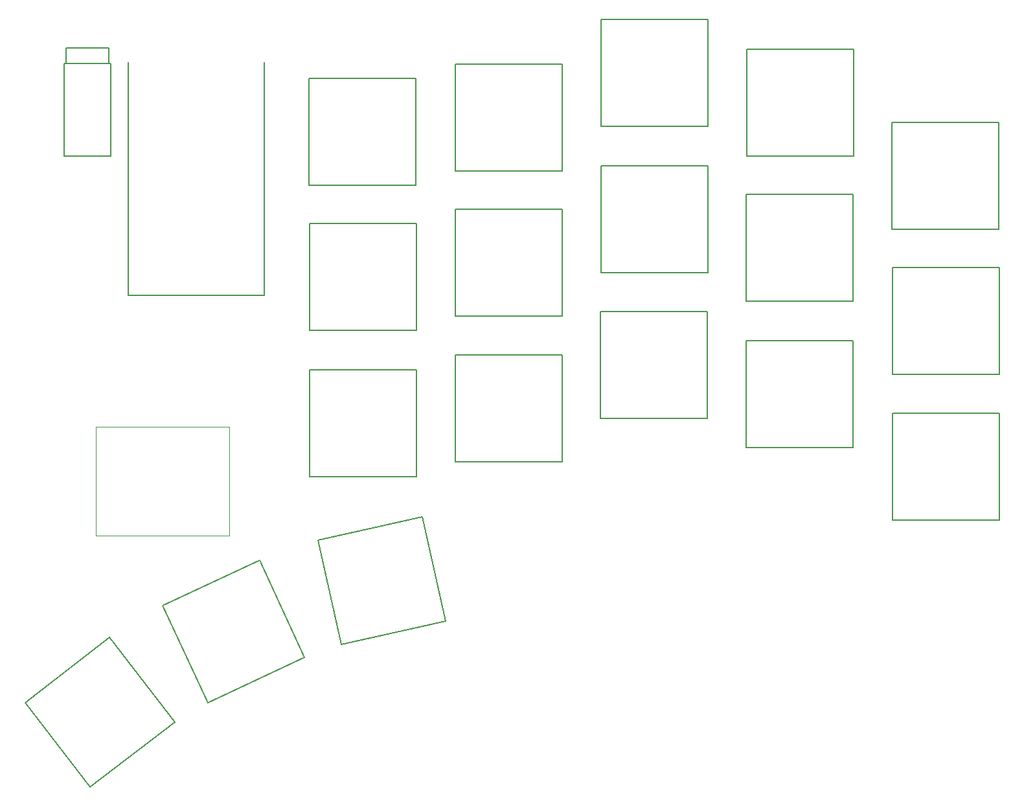
<source format=gbr>
%TF.GenerationSoftware,KiCad,Pcbnew,(5.1.7)-1*%
%TF.CreationDate,2021-07-12T16:27:12+05:30*%
%TF.ProjectId,Pteron36v0,50746572-6f6e-4333-9676-302e6b696361,rev?*%
%TF.SameCoordinates,Original*%
%TF.FileFunction,Other,ECO2*%
%FSLAX46Y46*%
G04 Gerber Fmt 4.6, Leading zero omitted, Abs format (unit mm)*
G04 Created by KiCad (PCBNEW (5.1.7)-1) date 2021-07-12 16:27:12*
%MOMM*%
%LPD*%
G01*
G04 APERTURE LIST*
%ADD10C,0.152400*%
%ADD11C,0.150000*%
%ADD12C,0.050000*%
G04 APERTURE END LIST*
D10*
%TO.C,SW28*%
X113676509Y-103054365D02*
X113676509Y-89084365D01*
X127646509Y-103054365D02*
X113676509Y-103054365D01*
X127646509Y-89084365D02*
X127646509Y-103054365D01*
X113676509Y-89084365D02*
X127646509Y-89084365D01*
%TO.C,SW27*%
X113657130Y-83928915D02*
X113657130Y-69958915D01*
X127627130Y-83928915D02*
X113657130Y-83928915D01*
X127627130Y-69958915D02*
X127627130Y-83928915D01*
X113657130Y-69958915D02*
X127627130Y-69958915D01*
%TO.C,SW26*%
X113613486Y-64894020D02*
X113613486Y-50924020D01*
X127583486Y-64894020D02*
X113613486Y-64894020D01*
X127583486Y-50924020D02*
X127583486Y-64894020D01*
X113613486Y-50924020D02*
X127583486Y-50924020D01*
%TO.C,SW24*%
X132743913Y-101078290D02*
X132743913Y-87108290D01*
X146713913Y-101078290D02*
X132743913Y-101078290D01*
X146713913Y-87108290D02*
X146713913Y-101078290D01*
X132743913Y-87108290D02*
X146713913Y-87108290D01*
%TO.C,SW23*%
X132700269Y-82043394D02*
X132700269Y-68073394D01*
X146670269Y-82043394D02*
X132700269Y-82043394D01*
X146670269Y-68073394D02*
X146670269Y-82043394D01*
X132700269Y-68073394D02*
X146670269Y-68073394D01*
%TO.C,SW22*%
X132747181Y-63032769D02*
X132747181Y-49062769D01*
X146717181Y-63032769D02*
X132747181Y-63032769D01*
X146717181Y-49062769D02*
X146717181Y-63032769D01*
X132747181Y-49062769D02*
X146717181Y-49062769D01*
%TO.C,SW20*%
X84989334Y-143625951D02*
X76484937Y-132542804D01*
X96072481Y-135121554D02*
X84989334Y-143625951D01*
X87568084Y-124038407D02*
X96072481Y-135121554D01*
X76484937Y-132542804D02*
X87568084Y-124038407D01*
%TO.C,SW19*%
X151737246Y-95394196D02*
X151737246Y-81424196D01*
X165707246Y-95394196D02*
X151737246Y-95394196D01*
X165707246Y-81424196D02*
X165707246Y-95394196D01*
X151737246Y-81424196D02*
X165707246Y-81424196D01*
%TO.C,SW18*%
X151784162Y-76383567D02*
X151784162Y-62413567D01*
X165754162Y-76383567D02*
X151784162Y-76383567D01*
X165754162Y-62413567D02*
X165754162Y-76383567D01*
X151784162Y-62413567D02*
X165754162Y-62413567D01*
%TO.C,SW17*%
X151764779Y-57258116D02*
X151764779Y-43288116D01*
X165734779Y-57258116D02*
X151764779Y-57258116D01*
X165734779Y-43288116D02*
X165734779Y-57258116D01*
X151764779Y-43288116D02*
X165734779Y-43288116D01*
%TO.C,SW15*%
X100383524Y-132561408D02*
X94479547Y-119900289D01*
X113044643Y-126657431D02*
X100383524Y-132561408D01*
X107140666Y-113996312D02*
X113044643Y-126657431D01*
X94479547Y-119900289D02*
X107140666Y-113996312D01*
%TO.C,SW14*%
X170797678Y-99239677D02*
X170797678Y-85269677D01*
X184767678Y-99239677D02*
X170797678Y-99239677D01*
X184767678Y-85269677D02*
X184767678Y-99239677D01*
X170797678Y-85269677D02*
X184767678Y-85269677D01*
%TO.C,SW13*%
X170778305Y-80114232D02*
X170778305Y-66144232D01*
X184748305Y-80114232D02*
X170778305Y-80114232D01*
X184748305Y-66144232D02*
X184748305Y-80114232D01*
X170778305Y-66144232D02*
X184748305Y-66144232D01*
%TO.C,SW12*%
X170825215Y-61103605D02*
X170825215Y-47133605D01*
X184795215Y-61103605D02*
X170825215Y-61103605D01*
X184795215Y-47133605D02*
X184795215Y-61103605D01*
X170825215Y-47133605D02*
X184795215Y-47133605D01*
%TO.C,SW10*%
X117805287Y-124954179D02*
X114781626Y-111315324D01*
X131444142Y-121930518D02*
X117805287Y-124954179D01*
X128420481Y-108291663D02*
X131444142Y-121930518D01*
X114781626Y-111315324D02*
X128420481Y-108291663D01*
%TO.C,SW9*%
X189899677Y-108725622D02*
X189899677Y-94755622D01*
X203869677Y-108725622D02*
X189899677Y-108725622D01*
X203869677Y-94755622D02*
X203869677Y-108725622D01*
X189899677Y-94755622D02*
X203869677Y-94755622D01*
%TO.C,SW8*%
X189856035Y-89690722D02*
X189856035Y-75720722D01*
X203826035Y-89690722D02*
X189856035Y-89690722D01*
X203826035Y-75720722D02*
X203826035Y-89690722D01*
X189856035Y-75720722D02*
X203826035Y-75720722D01*
%TO.C,SW7*%
X189812387Y-70655820D02*
X189812387Y-56685820D01*
X203782387Y-70655820D02*
X189812387Y-70655820D01*
X203782387Y-56685820D02*
X203782387Y-70655820D01*
X189812387Y-56685820D02*
X203782387Y-56685820D01*
D11*
%TO.C,U1*%
X89958454Y-48839031D02*
X89958454Y-79319031D01*
X107738454Y-48839031D02*
X107738454Y-79319031D01*
X107738454Y-79319031D02*
X89958454Y-79319031D01*
%TO.C,J2*%
X81875254Y-48989330D02*
X81875254Y-46989330D01*
X81625254Y-48989330D02*
X81625254Y-61089330D01*
X87475254Y-48989330D02*
X87475254Y-46989330D01*
X81625254Y-61089330D02*
X87725254Y-61089330D01*
X81875254Y-46989330D02*
X87475254Y-46989330D01*
X87725254Y-48989330D02*
X87725254Y-61089330D01*
X81625254Y-48989330D02*
X87725254Y-48989330D01*
D12*
%TO.C,RE1*%
X85715254Y-96550330D02*
X103215254Y-96550330D01*
X85715254Y-96550330D02*
X85715254Y-110750330D01*
X103215254Y-110750330D02*
X103215254Y-96550330D01*
X103215254Y-110750330D02*
X85715254Y-110750330D01*
%TD*%
M02*

</source>
